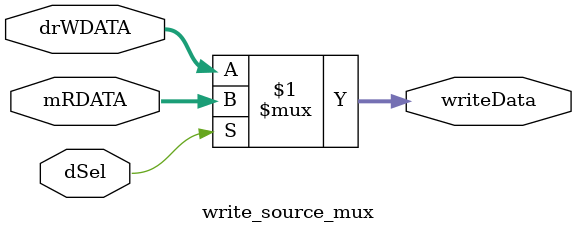
<source format=sv>
module write_source_mux(
    input  logic [63:0] drWDATA,  //data from driver
    input  logic [63:0] mRDATA, //data from memory
    input  logic dSel,

    output logic [63:0] writeData
);

assign writeData = (dSel) ? mRDATA : drWDATA;  //0->driver, 1->memory

endmodule
</source>
